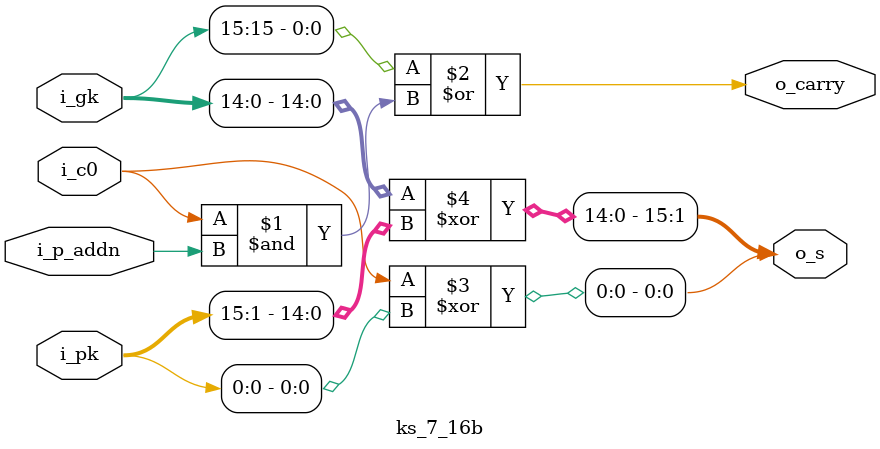
<source format=v>
`default_nettype none

module ks_7_16b(
  input  wire        i_c0,
  input  wire [15:0] i_pk,
  input  wire [15:0] i_gk,
  input  wire i_p_addn,
  output wire [15:0] o_s,
  output wire        o_carry
);

assign o_carry   = i_gk[15] | i_c0  & i_p_addn;
assign o_s[0]    = i_c0 ^ i_pk[0];
assign o_s[15:1] = i_gk[14:0] ^ i_pk[15:1];

endmodule

</source>
